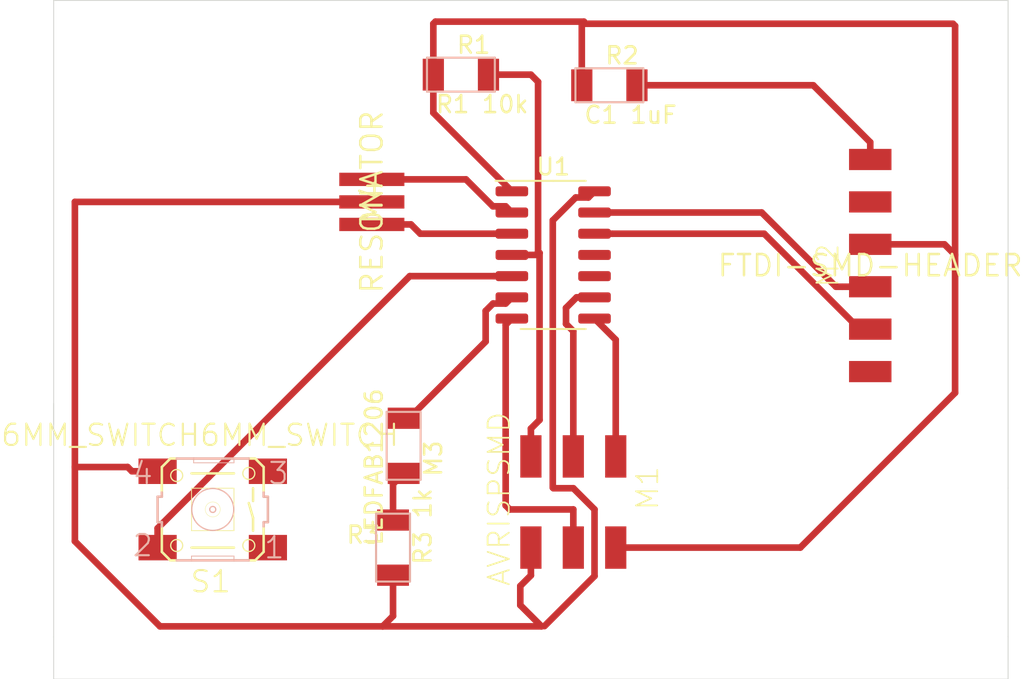
<source format=kicad_pcb>
(kicad_pcb (version 20171130) (host pcbnew "(5.1.4-0-10_14)")

  (general
    (thickness 1.6)
    (drawings 8)
    (tracks 91)
    (zones 0)
    (modules 9)
    (nets 21)
  )

  (page A4)
  (layers
    (0 F.Cu signal)
    (31 B.Cu signal)
    (32 B.Adhes user)
    (33 F.Adhes user)
    (34 B.Paste user)
    (35 F.Paste user)
    (36 B.SilkS user)
    (37 F.SilkS user)
    (38 B.Mask user)
    (39 F.Mask user)
    (40 Dwgs.User user)
    (41 Cmts.User user)
    (42 Eco1.User user)
    (43 Eco2.User user)
    (44 Edge.Cuts user)
    (45 Margin user)
    (46 B.CrtYd user)
    (47 F.CrtYd user)
    (48 B.Fab user)
    (49 F.Fab user)
  )

  (setup
    (last_trace_width 0.39624)
    (trace_clearance 0.39624)
    (zone_clearance 0.508)
    (zone_45_only no)
    (trace_min 0.396)
    (via_size 0.8)
    (via_drill 0.4)
    (via_min_size 0.4)
    (via_min_drill 0.3)
    (uvia_size 0.3)
    (uvia_drill 0.1)
    (uvias_allowed no)
    (uvia_min_size 0.2)
    (uvia_min_drill 0.1)
    (edge_width 0.05)
    (segment_width 0.2)
    (pcb_text_width 0.3)
    (pcb_text_size 1.5 1.5)
    (mod_edge_width 0.12)
    (mod_text_size 1 1)
    (mod_text_width 0.15)
    (pad_size 1.524 1.524)
    (pad_drill 0.762)
    (pad_to_mask_clearance 0.051)
    (solder_mask_min_width 0.25)
    (aux_axis_origin 0 0)
    (visible_elements FFFFFF7F)
    (pcbplotparams
      (layerselection 0x010fc_ffffffff)
      (usegerberextensions false)
      (usegerberattributes false)
      (usegerberadvancedattributes false)
      (creategerberjobfile false)
      (excludeedgelayer true)
      (linewidth 0.100000)
      (plotframeref false)
      (viasonmask false)
      (mode 1)
      (useauxorigin false)
      (hpglpennumber 1)
      (hpglpenspeed 20)
      (hpglpendiameter 15.000000)
      (psnegative false)
      (psa4output false)
      (plotreference true)
      (plotvalue true)
      (plotinvisibletext false)
      (padsonsilk false)
      (subtractmaskfromsilk false)
      (outputformat 1)
      (mirror false)
      (drillshape 1)
      (scaleselection 1)
      (outputdirectory ""))
  )

  (net 0 "")
  (net 1 "Net-(M1-Pad2)")
  (net 2 "Net-(M1-Pad4)")
  (net 3 "Net-(M1-Pad1)")
  (net 4 "Net-(M1-Pad3)")
  (net 5 "Net-(U1-Pad10)")
  (net 6 "Net-(U1-Pad11)")
  (net 7 "Net-(M2-Pad5)")
  (net 8 "Net-(M2-Pad4)")
  (net 9 "Net-(M1-Pad6)")
  (net 10 "Net-(M1-Pad5)")
  (net 11 "Net-(M2-Pad6)")
  (net 12 "Net-(M2-Pad2)")
  (net 13 "Net-(M2-Pad1)")
  (net 14 "Net-(M3-Pad2)")
  (net 15 "Net-(S1-Pad3)")
  (net 16 "Net-(S1-Pad2)")
  (net 17 "Net-(S1-Pad1)")
  (net 18 "Net-(M3-Pad1)")
  (net 19 "Net-(M4-Pad1)")
  (net 20 "Net-(M4-Pad3)")

  (net_class Default "This is the default net class."
    (clearance 0.39624)
    (trace_width 0.39624)
    (via_dia 0.8)
    (via_drill 0.4)
    (uvia_dia 0.3)
    (uvia_drill 0.1)
    (add_net "Net-(M1-Pad1)")
    (add_net "Net-(M1-Pad2)")
    (add_net "Net-(M1-Pad3)")
    (add_net "Net-(M1-Pad4)")
    (add_net "Net-(M1-Pad5)")
    (add_net "Net-(M1-Pad6)")
    (add_net "Net-(M2-Pad1)")
    (add_net "Net-(M2-Pad2)")
    (add_net "Net-(M2-Pad4)")
    (add_net "Net-(M2-Pad5)")
    (add_net "Net-(M2-Pad6)")
    (add_net "Net-(M3-Pad1)")
    (add_net "Net-(M3-Pad2)")
    (add_net "Net-(M4-Pad1)")
    (add_net "Net-(M4-Pad3)")
    (add_net "Net-(S1-Pad1)")
    (add_net "Net-(S1-Pad2)")
    (add_net "Net-(S1-Pad3)")
    (add_net "Net-(U1-Pad10)")
    (add_net "Net-(U1-Pad11)")
  )

  (module fab:fab-EFOBM (layer F.Cu) (tedit 200000) (tstamp 5D9CEA26)
    (at 146.05 98.425 90)
    (path /5D9F7B56)
    (attr smd)
    (fp_text reference M4 (at 0 0 90) (layer F.SilkS)
      (effects (font (size 1.27 1.27) (thickness 0.15)))
    )
    (fp_text value RESONATOR (at 0 0 90) (layer F.SilkS)
      (effects (font (size 1.27 1.27) (thickness 0.15)))
    )
    (pad 1 smd rect (at -1.34874 0 180) (size 3.8989 0.79756) (layers F.Cu F.Paste F.Mask)
      (net 19 "Net-(M4-Pad1)"))
    (pad 2 smd rect (at 0 0) (size 3.8989 0.79756) (layers F.Cu F.Paste F.Mask)
      (net 9 "Net-(M1-Pad6)"))
    (pad 3 smd rect (at 1.34874 0) (size 3.8989 0.79756) (layers F.Cu F.Paste F.Mask)
      (net 20 "Net-(M4-Pad3)"))
  )

  (module Package_SO:SOIC-14_3.9x8.7mm_P1.27mm (layer F.Cu) (tedit 5C97300E) (tstamp 5D9C4B7E)
    (at 156.91 101.6)
    (descr "SOIC, 14 Pin (JEDEC MS-012AB, https://www.analog.com/media/en/package-pcb-resources/package/pkg_pdf/soic_narrow-r/r_14.pdf), generated with kicad-footprint-generator ipc_gullwing_generator.py")
    (tags "SOIC SO")
    (path /5D9C986A)
    (attr smd)
    (fp_text reference U1 (at 0 -5.28) (layer F.SilkS)
      (effects (font (size 1 1) (thickness 0.15)))
    )
    (fp_text value ATtiny44A-SSU (at 0 5.28) (layer F.Fab)
      (effects (font (size 1 1) (thickness 0.15)))
    )
    (fp_text user %R (at 0 0) (layer F.Fab)
      (effects (font (size 0.98 0.98) (thickness 0.15)))
    )
    (fp_line (start 3.7 -4.58) (end -3.7 -4.58) (layer F.CrtYd) (width 0.05))
    (fp_line (start 3.7 4.58) (end 3.7 -4.58) (layer F.CrtYd) (width 0.05))
    (fp_line (start -3.7 4.58) (end 3.7 4.58) (layer F.CrtYd) (width 0.05))
    (fp_line (start -3.7 -4.58) (end -3.7 4.58) (layer F.CrtYd) (width 0.05))
    (fp_line (start -1.95 -3.35) (end -0.975 -4.325) (layer F.Fab) (width 0.1))
    (fp_line (start -1.95 4.325) (end -1.95 -3.35) (layer F.Fab) (width 0.1))
    (fp_line (start 1.95 4.325) (end -1.95 4.325) (layer F.Fab) (width 0.1))
    (fp_line (start 1.95 -4.325) (end 1.95 4.325) (layer F.Fab) (width 0.1))
    (fp_line (start -0.975 -4.325) (end 1.95 -4.325) (layer F.Fab) (width 0.1))
    (fp_line (start 0 -4.435) (end -3.45 -4.435) (layer F.SilkS) (width 0.12))
    (fp_line (start 0 -4.435) (end 1.95 -4.435) (layer F.SilkS) (width 0.12))
    (fp_line (start 0 4.435) (end -1.95 4.435) (layer F.SilkS) (width 0.12))
    (fp_line (start 0 4.435) (end 1.95 4.435) (layer F.SilkS) (width 0.12))
    (pad 14 smd roundrect (at 2.475 -3.81) (size 1.95 0.6) (layers F.Cu F.Paste F.Mask) (roundrect_rratio 0.25)
      (net 9 "Net-(M1-Pad6)"))
    (pad 13 smd roundrect (at 2.475 -2.54) (size 1.95 0.6) (layers F.Cu F.Paste F.Mask) (roundrect_rratio 0.25)
      (net 8 "Net-(M2-Pad4)"))
    (pad 12 smd roundrect (at 2.475 -1.27) (size 1.95 0.6) (layers F.Cu F.Paste F.Mask) (roundrect_rratio 0.25)
      (net 7 "Net-(M2-Pad5)"))
    (pad 11 smd roundrect (at 2.475 0) (size 1.95 0.6) (layers F.Cu F.Paste F.Mask) (roundrect_rratio 0.25)
      (net 6 "Net-(U1-Pad11)"))
    (pad 10 smd roundrect (at 2.475 1.27) (size 1.95 0.6) (layers F.Cu F.Paste F.Mask) (roundrect_rratio 0.25)
      (net 5 "Net-(U1-Pad10)"))
    (pad 9 smd roundrect (at 2.475 2.54) (size 1.95 0.6) (layers F.Cu F.Paste F.Mask) (roundrect_rratio 0.25)
      (net 4 "Net-(M1-Pad3)"))
    (pad 8 smd roundrect (at 2.475 3.81) (size 1.95 0.6) (layers F.Cu F.Paste F.Mask) (roundrect_rratio 0.25)
      (net 3 "Net-(M1-Pad1)"))
    (pad 7 smd roundrect (at -2.475 3.81) (size 1.95 0.6) (layers F.Cu F.Paste F.Mask) (roundrect_rratio 0.25)
      (net 2 "Net-(M1-Pad4)"))
    (pad 6 smd roundrect (at -2.475 2.54) (size 1.95 0.6) (layers F.Cu F.Paste F.Mask) (roundrect_rratio 0.25)
      (net 18 "Net-(M3-Pad1)"))
    (pad 5 smd roundrect (at -2.475 1.27) (size 1.95 0.6) (layers F.Cu F.Paste F.Mask) (roundrect_rratio 0.25)
      (net 16 "Net-(S1-Pad2)"))
    (pad 4 smd roundrect (at -2.475 0) (size 1.95 0.6) (layers F.Cu F.Paste F.Mask) (roundrect_rratio 0.25)
      (net 10 "Net-(M1-Pad5)"))
    (pad 3 smd roundrect (at -2.475 -1.27) (size 1.95 0.6) (layers F.Cu F.Paste F.Mask) (roundrect_rratio 0.25)
      (net 19 "Net-(M4-Pad1)"))
    (pad 2 smd roundrect (at -2.475 -2.54) (size 1.95 0.6) (layers F.Cu F.Paste F.Mask) (roundrect_rratio 0.25)
      (net 20 "Net-(M4-Pad3)"))
    (pad 1 smd roundrect (at -2.475 -3.81) (size 1.95 0.6) (layers F.Cu F.Paste F.Mask) (roundrect_rratio 0.25)
      (net 1 "Net-(M1-Pad2)"))
    (model ${KISYS3DMOD}/Package_SO.3dshapes/SOIC-14_3.9x8.7mm_P1.27mm.wrl
      (at (xyz 0 0 0))
      (scale (xyz 1 1 1))
      (rotate (xyz 0 0 0))
    )
  )

  (module fab:fab-R1206FAB (layer F.Cu) (tedit 200000) (tstamp 5D9CC7DD)
    (at 147.32 119.126 90)
    (path /5D9DF371)
    (attr smd)
    (fp_text reference R3 (at 0.762 -1.778 180) (layer F.SilkS)
      (effects (font (size 1.016 1.016) (thickness 0.1524)))
    )
    (fp_text value "R3 1k" (at 1.27 1.778 90) (layer F.SilkS)
      (effects (font (size 1.016 1.016) (thickness 0.1524)))
    )
    (fp_line (start -2.032 1.016) (end -2.032 -1.016) (layer B.SilkS) (width 0.127))
    (fp_line (start 2.032 1.016) (end -2.032 1.016) (layer B.SilkS) (width 0.127))
    (fp_line (start 2.032 -1.016) (end 2.032 1.016) (layer B.SilkS) (width 0.127))
    (fp_line (start -2.032 -1.016) (end 2.032 -1.016) (layer B.SilkS) (width 0.127))
    (pad 2 smd rect (at 1.651 0 90) (size 1.27 1.905) (layers F.Cu F.Paste F.Mask)
      (net 14 "Net-(M3-Pad2)"))
    (pad 1 smd rect (at -1.651 0 90) (size 1.27 1.905) (layers F.Cu F.Paste F.Mask)
      (net 9 "Net-(M1-Pad6)"))
  )

  (module fab:fab-6MM_SWITCH (layer F.Cu) (tedit 200000) (tstamp 5D9D0A7B)
    (at 136.525 116.84 180)
    (descr "OMRON SWITCH")
    (tags "OMRON SWITCH")
    (path /5D9E3065)
    (attr smd)
    (fp_text reference S1 (at 0.127 -4.318) (layer F.SilkS)
      (effects (font (size 1.27 1.27) (thickness 0.127)))
    )
    (fp_text value 6MM_SWITCH6MM_SWITCH (at 0.762 4.445) (layer F.SilkS)
      (effects (font (size 1.27 1.27) (thickness 0.127)))
    )
    (fp_text user 4 (at 4.191 2.159) (layer B.SilkS)
      (effects (font (size 1.27 1.27) (thickness 0.127)))
    )
    (fp_text user 3 (at -3.937 2.159) (layer B.SilkS)
      (effects (font (size 1.27 1.27) (thickness 0.127)))
    )
    (fp_text user 2 (at 4.191 -2.159) (layer B.SilkS)
      (effects (font (size 1.27 1.27) (thickness 0.127)))
    )
    (fp_text user 1 (at -3.683 -2.286) (layer B.SilkS)
      (effects (font (size 1.27 1.27) (thickness 0.127)))
    )
    (fp_circle (center 0 0) (end -0.127 0.127) (layer B.SilkS) (width 0.0762))
    (fp_circle (center 0 0) (end -0.3175 0.3175) (layer F.SilkS) (width 0.0254))
    (fp_circle (center -2.159 -2.159) (end -2.413 -2.413) (layer F.SilkS) (width 0.0762))
    (fp_circle (center 2.159 -2.159) (end 2.413 -2.413) (layer F.SilkS) (width 0.0762))
    (fp_circle (center 2.159 2.032) (end 2.413 2.286) (layer F.SilkS) (width 0.0762))
    (fp_circle (center -2.159 2.159) (end -2.413 2.413) (layer F.SilkS) (width 0.0762))
    (fp_circle (center 0 0) (end -0.889 0.889) (layer B.SilkS) (width 0.0762))
    (fp_line (start -2.413 -0.508) (end -2.159 0.381) (layer F.SilkS) (width 0.1524))
    (fp_line (start -2.413 0.508) (end -2.413 1.27) (layer F.SilkS) (width 0.1524))
    (fp_line (start -2.413 -1.27) (end -2.413 -0.508) (layer F.SilkS) (width 0.1524))
    (fp_line (start 1.27 -2.286) (end -1.27 -2.286) (layer F.SilkS) (width 0.1524))
    (fp_line (start -1.27 2.159) (end 1.27 2.159) (layer F.SilkS) (width 0.1524))
    (fp_line (start -3.048 -0.762) (end -3.048 -1.016) (layer B.SilkS) (width 0.1524))
    (fp_line (start -3.048 0.762) (end -3.048 1.016) (layer B.SilkS) (width 0.1524))
    (fp_line (start 3.048 -0.762) (end 3.048 -1.016) (layer B.SilkS) (width 0.1524))
    (fp_line (start 3.048 0.762) (end 3.048 1.016) (layer B.SilkS) (width 0.1524))
    (fp_line (start 1.143 3.048) (end 2.159 3.048) (layer B.SilkS) (width 0.1524))
    (fp_line (start -1.27 3.048) (end 1.143 3.048) (layer B.SilkS) (width 0.1524))
    (fp_line (start -1.27 -3.048) (end -2.159 -3.048) (layer B.SilkS) (width 0.1524))
    (fp_line (start 1.27 -3.048) (end -1.27 -3.048) (layer B.SilkS) (width 0.1524))
    (fp_line (start 2.159 -3.048) (end 1.27 -3.048) (layer B.SilkS) (width 0.1524))
    (fp_line (start 2.54 -3.048) (end 2.159 -3.048) (layer F.SilkS) (width 0.1524))
    (fp_line (start -2.54 -3.048) (end -2.159 -3.048) (layer F.SilkS) (width 0.1524))
    (fp_line (start -2.159 3.048) (end -1.27 3.048) (layer B.SilkS) (width 0.1524))
    (fp_line (start -2.54 3.048) (end -2.159 3.048) (layer F.SilkS) (width 0.1524))
    (fp_line (start 2.54 3.048) (end 2.159 3.048) (layer F.SilkS) (width 0.1524))
    (fp_line (start -1.27 2.794) (end -1.27 3.048) (layer B.SilkS) (width 0.0508))
    (fp_line (start 1.143 2.794) (end 1.143 3.048) (layer B.SilkS) (width 0.0508))
    (fp_line (start 1.143 2.794) (end -1.27 2.794) (layer B.SilkS) (width 0.0508))
    (fp_line (start 1.27 -2.794) (end 1.27 -3.048) (layer B.SilkS) (width 0.0508))
    (fp_line (start 1.27 -2.794) (end -1.27 -2.794) (layer B.SilkS) (width 0.0508))
    (fp_line (start -1.27 -3.048) (end -1.27 -2.794) (layer B.SilkS) (width 0.0508))
    (fp_line (start -1.27 -1.27) (end 1.27 -1.27) (layer F.SilkS) (width 0.0508))
    (fp_line (start 1.27 1.27) (end 1.27 -1.27) (layer F.SilkS) (width 0.0508))
    (fp_line (start 1.27 1.27) (end -1.27 1.27) (layer F.SilkS) (width 0.0508))
    (fp_line (start -1.27 -1.27) (end -1.27 1.27) (layer F.SilkS) (width 0.0508))
    (fp_line (start -3.048 2.54) (end -3.048 1.016) (layer F.SilkS) (width 0.1524))
    (fp_line (start -2.54 3.048) (end -3.048 2.54) (layer F.SilkS) (width 0.1524))
    (fp_line (start -3.048 -2.54) (end -3.048 -1.016) (layer F.SilkS) (width 0.1524))
    (fp_line (start -2.54 -3.048) (end -3.048 -2.54) (layer F.SilkS) (width 0.1524))
    (fp_line (start 3.048 2.54) (end 3.048 1.016) (layer F.SilkS) (width 0.1524))
    (fp_line (start 2.54 3.048) (end 3.048 2.54) (layer F.SilkS) (width 0.1524))
    (fp_line (start 3.048 -2.54) (end 2.54 -3.048) (layer F.SilkS) (width 0.1524))
    (fp_line (start -3.048 0.762) (end -3.302 0.762) (layer B.SilkS) (width 0.1524))
    (fp_line (start -3.302 -0.762) (end -3.302 0.762) (layer B.SilkS) (width 0.1524))
    (fp_line (start -3.302 -0.762) (end -3.048 -0.762) (layer B.SilkS) (width 0.1524))
    (fp_line (start 3.048 -1.016) (end 3.048 -2.54) (layer F.SilkS) (width 0.1524))
    (fp_line (start 3.048 -0.762) (end 3.302 -0.762) (layer B.SilkS) (width 0.1524))
    (fp_line (start 3.302 0.762) (end 3.302 -0.762) (layer B.SilkS) (width 0.1524))
    (fp_line (start 3.302 0.762) (end 3.048 0.762) (layer B.SilkS) (width 0.1524))
    (pad 4 smd rect (at 3.302 2.286 180) (size 2.286 1.524) (layers F.Cu F.Paste F.Mask)
      (net 9 "Net-(M1-Pad6)"))
    (pad 3 smd rect (at -3.302 2.286 180) (size 2.286 1.524) (layers F.Cu F.Paste F.Mask)
      (net 15 "Net-(S1-Pad3)"))
    (pad 2 smd rect (at 3.302 -2.286 180) (size 2.286 1.524) (layers F.Cu F.Paste F.Mask)
      (net 16 "Net-(S1-Pad2)"))
    (pad 1 smd rect (at -3.302 -2.286 180) (size 2.286 1.524) (layers F.Cu F.Paste F.Mask)
      (net 17 "Net-(S1-Pad1)"))
  )

  (module fab:fab-LED1206FAB (layer F.Cu) (tedit 200000) (tstamp 5D9CC7AF)
    (at 147.955 113.03 270)
    (descr "LED1206 FAB STYLE (SMALLER PADS TO ALLOW TRACE BETWEEN)")
    (tags "LED1206 FAB STYLE (SMALLER PADS TO ALLOW TRACE BETWEEN)")
    (path /5D9DD36B)
    (attr smd)
    (fp_text reference M3 (at 0.762 -1.778 90) (layer F.SilkS)
      (effects (font (size 1.016 1.016) (thickness 0.1524)))
    )
    (fp_text value LEDFAB1206 (at 1.27 1.778 90) (layer F.SilkS)
      (effects (font (size 1.016 1.016) (thickness 0.1524)))
    )
    (fp_line (start -2.032 1.016) (end -2.032 -1.016) (layer B.SilkS) (width 0.127))
    (fp_line (start 2.032 1.016) (end -2.032 1.016) (layer B.SilkS) (width 0.127))
    (fp_line (start 2.032 -1.016) (end 2.032 1.016) (layer B.SilkS) (width 0.127))
    (fp_line (start -2.032 -1.016) (end 2.032 -1.016) (layer B.SilkS) (width 0.127))
    (pad 2 smd rect (at 1.651 0 270) (size 1.27 1.905) (layers F.Cu F.Paste F.Mask)
      (net 14 "Net-(M3-Pad2)"))
    (pad 1 smd rect (at -1.651 0 270) (size 1.27 1.905) (layers F.Cu F.Paste F.Mask)
      (net 18 "Net-(M3-Pad1)"))
  )

  (module fab:fab-R1206FAB (layer F.Cu) (tedit 200000) (tstamp 5D9D1292)
    (at 160.274 91.44)
    (path /5D9D1BB4)
    (attr smd)
    (fp_text reference R2 (at 0.762 -1.778) (layer F.SilkS)
      (effects (font (size 1.016 1.016) (thickness 0.1524)))
    )
    (fp_text value "C1 1uF" (at 1.27 1.778) (layer F.SilkS)
      (effects (font (size 1.016 1.016) (thickness 0.1524)))
    )
    (fp_line (start -2.032 1.016) (end -2.032 -1.016) (layer B.SilkS) (width 0.127))
    (fp_line (start 2.032 1.016) (end -2.032 1.016) (layer B.SilkS) (width 0.127))
    (fp_line (start 2.032 -1.016) (end 2.032 1.016) (layer B.SilkS) (width 0.127))
    (fp_line (start -2.032 -1.016) (end 2.032 -1.016) (layer B.SilkS) (width 0.127))
    (pad 2 smd rect (at 1.651 0) (size 1.27 1.905) (layers F.Cu F.Paste F.Mask)
      (net 13 "Net-(M2-Pad1)"))
    (pad 1 smd rect (at -1.651 0) (size 1.27 1.905) (layers F.Cu F.Paste F.Mask)
      (net 1 "Net-(M1-Pad2)"))
  )

  (module fab:fab-R1206FAB (layer F.Cu) (tedit 200000) (tstamp 5D9D1873)
    (at 151.384 90.805)
    (path /5D9CAD7C)
    (attr smd)
    (fp_text reference R1 (at 0.762 -1.778) (layer F.SilkS)
      (effects (font (size 1.016 1.016) (thickness 0.1524)))
    )
    (fp_text value "R1 10k" (at 1.27 1.778) (layer F.SilkS)
      (effects (font (size 1.016 1.016) (thickness 0.1524)))
    )
    (fp_line (start -2.032 1.016) (end -2.032 -1.016) (layer B.SilkS) (width 0.127))
    (fp_line (start 2.032 1.016) (end -2.032 1.016) (layer B.SilkS) (width 0.127))
    (fp_line (start 2.032 -1.016) (end 2.032 1.016) (layer B.SilkS) (width 0.127))
    (fp_line (start -2.032 -1.016) (end 2.032 -1.016) (layer B.SilkS) (width 0.127))
    (pad 2 smd rect (at 1.651 0) (size 1.27 1.905) (layers F.Cu F.Paste F.Mask)
      (net 10 "Net-(M1-Pad5)"))
    (pad 1 smd rect (at -1.651 0) (size 1.27 1.905) (layers F.Cu F.Paste F.Mask)
      (net 1 "Net-(M1-Pad2)"))
  )

  (module fab:fab-1X06SMD (layer F.Cu) (tedit 200000) (tstamp 5D9D0F83)
    (at 175.895 102.235)
    (path /5D9C0702)
    (attr smd)
    (fp_text reference M2 (at -2.54 0 90) (layer F.SilkS)
      (effects (font (size 1.27 1.27) (thickness 0.1016)))
    )
    (fp_text value FTDI-SMD-HEADER (at 0 0) (layer F.SilkS)
      (effects (font (size 1.27 1.27) (thickness 0.15)))
    )
    (pad 6 smd rect (at 0 6.35) (size 2.54 1.27) (layers F.Cu F.Paste F.Mask)
      (net 11 "Net-(M2-Pad6)"))
    (pad 5 smd rect (at 0 3.81) (size 2.54 1.27) (layers F.Cu F.Paste F.Mask)
      (net 7 "Net-(M2-Pad5)"))
    (pad 4 smd rect (at 0 1.27) (size 2.54 1.27) (layers F.Cu F.Paste F.Mask)
      (net 8 "Net-(M2-Pad4)"))
    (pad 3 smd rect (at 0 -1.27) (size 2.54 1.27) (layers F.Cu F.Paste F.Mask)
      (net 1 "Net-(M1-Pad2)"))
    (pad 2 smd rect (at 0 -3.81) (size 2.54 1.27) (layers F.Cu F.Paste F.Mask)
      (net 12 "Net-(M2-Pad2)"))
    (pad 1 smd rect (at 0 -6.35) (size 2.54 1.27) (layers F.Cu F.Paste F.Mask)
      (net 13 "Net-(M2-Pad1)"))
  )

  (module fab:fab-2X03SMD (layer F.Cu) (tedit 200000) (tstamp 5D9CC0F0)
    (at 158.115 116.205 270)
    (path /5D9C1989)
    (attr smd)
    (fp_text reference M1 (at -0.635 -4.445 90) (layer F.SilkS)
      (effects (font (size 1.27 1.27) (thickness 0.1016)))
    )
    (fp_text value AVRISPSMD (at 0 4.445 90) (layer F.SilkS)
      (effects (font (size 1.27 1.27) (thickness 0.1016)))
    )
    (pad 6 smd rect (at 2.91846 2.54 270) (size 2.54 1.27) (layers F.Cu F.Paste F.Mask)
      (net 9 "Net-(M1-Pad6)"))
    (pad 5 smd rect (at -2.54 2.54 270) (size 2.54 1.27) (layers F.Cu F.Paste F.Mask)
      (net 10 "Net-(M1-Pad5)"))
    (pad 4 smd rect (at 2.91846 0 270) (size 2.54 1.27) (layers F.Cu F.Paste F.Mask)
      (net 2 "Net-(M1-Pad4)"))
    (pad 3 smd rect (at -2.54 0 270) (size 2.54 1.27) (layers F.Cu F.Paste F.Mask)
      (net 4 "Net-(M1-Pad3)"))
    (pad 2 smd rect (at 2.91846 -2.54 270) (size 2.54 1.27) (layers F.Cu F.Paste F.Mask)
      (net 1 "Net-(M1-Pad2)"))
    (pad 1 smd rect (at -2.54 -2.54 270) (size 2.54 1.27) (layers F.Cu F.Paste F.Mask)
      (net 3 "Net-(M1-Pad1)"))
  )

  (gr_line (start 127 127) (end 127 124.46) (layer Edge.Cuts) (width 0.05) (tstamp 5D9D1916))
  (gr_line (start 184.15 127) (end 127 127) (layer Edge.Cuts) (width 0.05))
  (gr_line (start 184.15 124.46) (end 184.15 127) (layer Edge.Cuts) (width 0.05))
  (gr_line (start 127 124.46) (end 127 110.49) (layer Edge.Cuts) (width 0.05))
  (gr_line (start 184.15 115.57) (end 184.15 124.46) (layer Edge.Cuts) (width 0.05))
  (gr_line (start 127 111.76) (end 127 86.36) (layer Edge.Cuts) (width 0.05) (tstamp 5D9CCAF5))
  (gr_line (start 184.15 86.36) (end 184.15 115.57) (layer Edge.Cuts) (width 0.05))
  (gr_line (start 127 86.36) (end 184.15 86.36) (layer Edge.Cuts) (width 0.05))

  (segment (start 149.733 93.088) (end 154.435 97.79) (width 0.39624) (layer F.Cu) (net 1))
  (segment (start 149.733 90.805) (end 149.733 93.088) (width 0.39624) (layer F.Cu) (net 1))
  (segment (start 158.75 87.63) (end 158.623 87.757) (width 0.39624) (layer F.Cu) (net 1))
  (segment (start 149.86 87.63) (end 158.75 87.63) (width 0.39624) (layer F.Cu) (net 1))
  (segment (start 149.733 87.757) (end 149.86 87.63) (width 0.39624) (layer F.Cu) (net 1))
  (segment (start 158.623 87.757) (end 158.623 91.44) (width 0.39624) (layer F.Cu) (net 1))
  (segment (start 149.733 90.805) (end 149.733 87.757) (width 0.39624) (layer F.Cu) (net 1))
  (segment (start 180.34 100.965) (end 175.895 100.965) (width 0.39624) (layer F.Cu) (net 1))
  (segment (start 180.975 101.6) (end 180.34 100.965) (width 0.39624) (layer F.Cu) (net 1))
  (segment (start 180.848 87.757) (end 180.975 87.884) (width 0.39624) (layer F.Cu) (net 1))
  (segment (start 180.975 87.884) (end 180.975 101.6) (width 0.39624) (layer F.Cu) (net 1))
  (segment (start 158.623 87.757) (end 180.848 87.757) (width 0.39624) (layer F.Cu) (net 1))
  (segment (start 180.975 101.6) (end 180.975 109.855) (width 0.39624) (layer F.Cu) (net 1))
  (segment (start 171.70654 119.12346) (end 160.655 119.12346) (width 0.39624) (layer F.Cu) (net 1))
  (segment (start 180.975 109.855) (end 171.70654 119.12346) (width 0.39624) (layer F.Cu) (net 1))
  (segment (start 158.115 119.12346) (end 158.115 116.84) (width 0.39624) (layer F.Cu) (net 2))
  (segment (start 158.115 116.84) (end 154.305 116.84) (width 0.39624) (layer F.Cu) (net 2))
  (segment (start 154.06429 116.59929) (end 154.305 116.84) (width 0.39624) (layer F.Cu) (net 2))
  (segment (start 154.06429 105.78071) (end 154.06429 116.59929) (width 0.39624) (layer F.Cu) (net 2))
  (segment (start 154.435 105.41) (end 154.06429 105.78071) (width 0.39624) (layer F.Cu) (net 2))
  (segment (start 160.655 106.68) (end 159.385 105.41) (width 0.39624) (layer F.Cu) (net 3))
  (segment (start 160.655 113.665) (end 160.655 106.68) (width 0.39624) (layer F.Cu) (net 3))
  (segment (start 158.31 104.14) (end 159.385 104.14) (width 0.39624) (layer F.Cu) (net 4))
  (segment (start 157.678129 104.771871) (end 158.31 104.14) (width 0.39624) (layer F.Cu) (net 4))
  (segment (start 157.678129 105.730829) (end 157.678129 104.771871) (width 0.39624) (layer F.Cu) (net 4))
  (segment (start 158.115 106.1677) (end 157.678129 105.730829) (width 0.39624) (layer F.Cu) (net 4))
  (segment (start 158.115 113.665) (end 158.115 106.1677) (width 0.39624) (layer F.Cu) (net 4))
  (segment (start 160.46 100.33) (end 159.385 100.33) (width 0.39624) (layer F.Cu) (net 7))
  (segment (start 169.545 100.33) (end 160.46 100.33) (width 0.39624) (layer F.Cu) (net 7))
  (segment (start 175.26 106.045) (end 169.545 100.33) (width 0.39624) (layer F.Cu) (net 7))
  (segment (start 175.895 106.045) (end 175.26 106.045) (width 0.39624) (layer F.Cu) (net 7))
  (segment (start 174.22876 103.505) (end 175.895 103.505) (width 0.39624) (layer F.Cu) (net 8))
  (segment (start 173.84075 103.505) (end 174.22876 103.505) (width 0.39624) (layer F.Cu) (net 8))
  (segment (start 169.39575 99.06) (end 173.84075 103.505) (width 0.39624) (layer F.Cu) (net 8))
  (segment (start 159.385 99.06) (end 169.39575 99.06) (width 0.39624) (layer F.Cu) (net 8))
  (segment (start 147.32 123.22126) (end 147.32 120.777) (width 0.39624) (layer F.Cu) (net 9))
  (segment (start 146.70063 123.84063) (end 147.32 123.22126) (width 0.39624) (layer F.Cu) (net 9))
  (segment (start 146.70063 123.84063) (end 133.36563 123.84063) (width 0.39624) (layer F.Cu) (net 9))
  (segment (start 133.36563 123.84063) (end 128.27 118.745) (width 0.39624) (layer F.Cu) (net 9))
  (segment (start 128.27 98.425) (end 146.05 98.425) (width 0.39624) (layer F.Cu) (net 9))
  (segment (start 156.21 123.84063) (end 146.70063 123.84063) (width 0.39624) (layer F.Cu) (net 9))
  (segment (start 159.01429 98.16071) (end 159.385 97.79) (width 0.39624) (layer F.Cu) (net 9))
  (segment (start 156.885639 99.531661) (end 158.25659 98.16071) (width 0.39624) (layer F.Cu) (net 9))
  (segment (start 158.25659 98.16071) (end 159.01429 98.16071) (width 0.39624) (layer F.Cu) (net 9))
  (segment (start 156.885639 99.531661) (end 156.885639 115.529361) (width 0.39624) (layer F.Cu) (net 9))
  (segment (start 156.885639 115.529361) (end 156.926278 115.57) (width 0.39624) (layer F.Cu) (net 9))
  (segment (start 158.115 115.57) (end 159.385 116.84) (width 0.39624) (layer F.Cu) (net 9))
  (segment (start 156.926278 115.57) (end 158.115 115.57) (width 0.39624) (layer F.Cu) (net 9))
  (segment (start 159.385 120.82831) (end 156.38831 123.825) (width 0.39624) (layer F.Cu) (net 9))
  (segment (start 159.385 116.84) (end 159.385 120.82831) (width 0.39624) (layer F.Cu) (net 9))
  (segment (start 155.575 120.7897) (end 154.94 121.4247) (width 0.39624) (layer F.Cu) (net 9))
  (segment (start 155.575 119.12346) (end 155.575 120.7897) (width 0.39624) (layer F.Cu) (net 9))
  (segment (start 154.94 122.57063) (end 156.21 123.84063) (width 0.39624) (layer F.Cu) (net 9))
  (segment (start 154.94 121.4247) (end 154.94 122.57063) (width 0.39624) (layer F.Cu) (net 9))
  (segment (start 131.42976 114.3) (end 128.27 114.3) (width 0.39624) (layer F.Cu) (net 9))
  (segment (start 133.223 114.554) (end 131.68376 114.554) (width 0.39624) (layer F.Cu) (net 9))
  (segment (start 131.68376 114.554) (end 131.42976 114.3) (width 0.39624) (layer F.Cu) (net 9))
  (segment (start 128.27 114.3) (end 128.27 98.425) (width 0.39624) (layer F.Cu) (net 9))
  (segment (start 128.27 118.745) (end 128.27 114.3) (width 0.39624) (layer F.Cu) (net 9))
  (segment (start 153.035 90.805) (end 155.575 90.805) (width 0.39624) (layer F.Cu) (net 10))
  (segment (start 156.00437 101.39437) (end 156.093149 101.483149) (width 0.39624) (layer F.Cu) (net 10))
  (segment (start 156.00437 91.23437) (end 156.00437 101.39437) (width 0.39624) (layer F.Cu) (net 10))
  (segment (start 155.575 90.805) (end 156.00437 91.23437) (width 0.39624) (layer F.Cu) (net 10))
  (segment (start 155.976298 101.6) (end 154.435 101.6) (width 0.39624) (layer F.Cu) (net 10))
  (segment (start 156.093149 101.483149) (end 155.976298 101.6) (width 0.39624) (layer F.Cu) (net 10))
  (segment (start 155.575 111.99876) (end 155.575 113.665) (width 0.39624) (layer F.Cu) (net 10))
  (segment (start 156.093149 111.480611) (end 155.575 111.99876) (width 0.39624) (layer F.Cu) (net 10))
  (segment (start 156.093149 101.483149) (end 156.093149 111.480611) (width 0.39624) (layer F.Cu) (net 10))
  (segment (start 175.895 94.85376) (end 175.895 95.885) (width 0.39624) (layer F.Cu) (net 13))
  (segment (start 172.48124 91.44) (end 175.895 94.85376) (width 0.39624) (layer F.Cu) (net 13))
  (segment (start 161.925 91.44) (end 172.48124 91.44) (width 0.39624) (layer F.Cu) (net 13))
  (segment (start 147.32 115.316) (end 147.955 114.681) (width 0.39624) (layer F.Cu) (net 14))
  (segment (start 147.32 117.475) (end 147.32 115.316) (width 0.39624) (layer F.Cu) (net 14))
  (segment (start 148.32076 102.87) (end 153.36 102.87) (width 0.39624) (layer F.Cu) (net 16))
  (segment (start 133.223 117.96776) (end 148.32076 102.87) (width 0.39624) (layer F.Cu) (net 16))
  (segment (start 153.36 102.87) (end 154.435 102.87) (width 0.39624) (layer F.Cu) (net 16))
  (segment (start 133.223 119.126) (end 133.223 117.96776) (width 0.39624) (layer F.Cu) (net 16))
  (segment (start 154.06429 104.51071) (end 154.435 104.14) (width 0.39624) (layer F.Cu) (net 18))
  (segment (start 152.86563 104.95167) (end 153.30659 104.51071) (width 0.39624) (layer F.Cu) (net 18))
  (segment (start 153.30659 104.51071) (end 154.06429 104.51071) (width 0.39624) (layer F.Cu) (net 18))
  (segment (start 152.86563 106.78587) (end 152.86563 104.95167) (width 0.39624) (layer F.Cu) (net 18))
  (segment (start 148.2725 111.379) (end 152.86563 106.78587) (width 0.39624) (layer F.Cu) (net 18))
  (segment (start 147.955 111.379) (end 148.2725 111.379) (width 0.39624) (layer F.Cu) (net 18))
  (segment (start 153.36 100.33) (end 154.435 100.33) (width 0.39624) (layer F.Cu) (net 19))
  (segment (start 148.95195 100.33) (end 153.36 100.33) (width 0.39624) (layer F.Cu) (net 19))
  (segment (start 148.39569 99.77374) (end 148.95195 100.33) (width 0.39624) (layer F.Cu) (net 19))
  (segment (start 146.05 99.77374) (end 148.39569 99.77374) (width 0.39624) (layer F.Cu) (net 19))
  (segment (start 153.29929 98.68929) (end 154.06429 98.68929) (width 0.39624) (layer F.Cu) (net 20))
  (segment (start 154.06429 98.68929) (end 154.435 99.06) (width 0.39624) (layer F.Cu) (net 20))
  (segment (start 151.68626 97.07626) (end 153.29929 98.68929) (width 0.39624) (layer F.Cu) (net 20))
  (segment (start 146.05 97.07626) (end 151.68626 97.07626) (width 0.39624) (layer F.Cu) (net 20))

)

</source>
